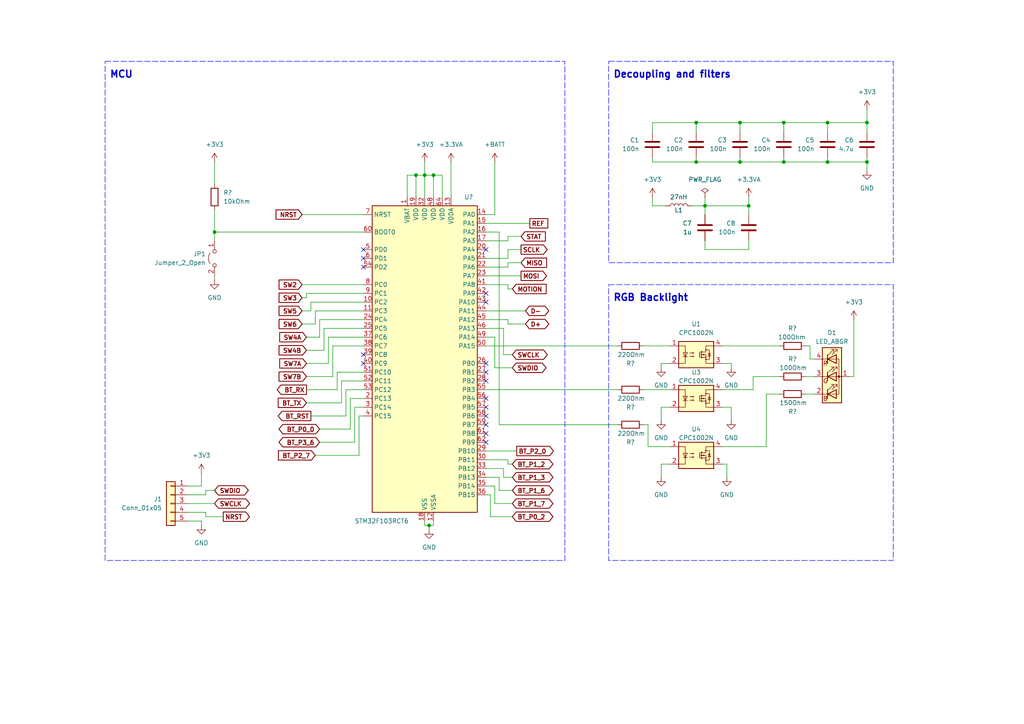
<source format=kicad_sch>
(kicad_sch (version 20230121) (generator eeschema)
  (paper "A4")
  (title_block (title "MCU and RGB backlight"))
  (lib_symbols
    (symbol "Connector_Generic:Conn_01x05" (pin_names (offset 1.016) hide)
      (property "Reference" "J" (at 0 7.62 0))
      (property "Value" "Conn_01x05" (at 0 -7.62 0))
      (symbol "Conn_01x05_1_1"
        (rectangle (start -1.27 -4.953) (end 0 -5.207) (stroke (width 0.1524)))
        (rectangle (start -1.27 -2.413) (end 0 -2.667) (stroke (width 0.1524)))
        (rectangle (start -1.27 0.127) (end 0 -0.127) (stroke (width 0.1524)))
        (rectangle (start -1.27 2.667) (end 0 2.413) (stroke (width 0.1524)))
        (rectangle (start -1.27 5.207) (end 0 4.953) (stroke (width 0.1524)))
        (rectangle (start -1.27 6.35) (end 1.27 -6.35) (stroke (width 0.254)) (fill (type background)))
        (pin passive line (at -5.08 5.08 0) (length 3.81) (name "Pin_1") (number "1"))
        (pin passive line (at -5.08 2.54 0) (length 3.81) (name "Pin_2") (number "2"))
        (pin passive line (at -5.08 0 0) (length 3.81) (name "Pin_3") (number "3"))
        (pin passive line (at -5.08 -2.54 0) (length 3.81) (name "Pin_4") (number "4"))
        (pin passive line (at -5.08 -5.08 0) (length 3.81) (name "Pin_5") (number "5"))
      )
    )
    (symbol "Device:C" (pin_numbers hide) (pin_names (offset 0.254))
      (property "Reference" "C" (at 0.635 2.54 0))
      (property "Value" "C" (at 0.635 -2.54 0))
      (symbol "C_0_1"
        (polyline (pts (xy -2.032 -0.762) (xy 2.032 -0.762)) (stroke (width 0.508)))
        (polyline (pts (xy -2.032 0.762) (xy 2.032 0.762)) (stroke (width 0.508)))
      )
      (symbol "C_1_1"
        (pin passive line (at 0 3.81 270) (length 2.794) (name "~") (number "1"))
        (pin passive line (at 0 -3.81 90) (length 2.794) (name "~") (number "2"))
      )
    )
    (symbol "Device:L" (pin_numbers hide) (pin_names (offset 1.016) hide)
      (property "Reference" "L" (at -1.27 0 90))
      (property "Value" "L" (at 1.905 0 90))
      (symbol "L_0_1"
        (arc (start 0 -2.54) (mid 0.6323 -1.905) (end 0 -1.27))
        (arc (start 0 -1.27) (mid 0.6323 -0.635) (end 0 0))
        (arc (start 0 0) (mid 0.6323 0.635) (end 0 1.27))
        (arc (start 0 1.27) (mid 0.6323 1.905) (end 0 2.54))
      )
      (symbol "L_1_1"
        (pin passive line (at 0 3.81 270) (length 1.27) (name "1") (number "1"))
        (pin passive line (at 0 -3.81 90) (length 1.27) (name "2") (number "2"))
      )
    )
    (symbol "Device:LED_ABGR" (pin_names (offset 0) hide)
      (property "Reference" "D" (at 0 9.398 0))
      (property "Value" "LED_ABGR" (at 0 -8.89 0))
      (symbol "LED_ABGR_0_0"
        (text "B" (at -1.905 -6.35 0) (effects (font (size 1.27 1.27))))
        (text "G" (at -1.905 -1.27 0) (effects (font (size 1.27 1.27))))
        (text "R" (at -1.905 3.81 0) (effects (font (size 1.27 1.27))))
      )
      (symbol "LED_ABGR_0_1"
        (polyline (pts (xy -1.27 -5.08) (xy -2.54 -5.08)))
        (polyline (pts (xy -1.27 -5.08) (xy 1.27 -5.08)))
        (polyline (pts (xy -1.27 -3.81) (xy -1.27 -6.35)) (stroke (width 0.254)))
        (polyline (pts (xy -1.27 0) (xy -2.54 0)))
        (polyline (pts (xy -1.27 1.27) (xy -1.27 -1.27)) (stroke (width 0.254)))
        (polyline (pts (xy -1.27 5.08) (xy -2.54 5.08)))
        (polyline (pts (xy -1.27 5.08) (xy 1.27 5.08)))
        (polyline (pts (xy -1.27 6.35) (xy -1.27 3.81)) (stroke (width 0.254)))
        (polyline (pts (xy 1.27 0) (xy -1.27 0)))
        (polyline (pts (xy 1.27 0) (xy 2.54 0)))
        (polyline (pts (xy -1.27 1.27) (xy -1.27 -1.27) (xy -1.27 -1.27)))
        (polyline (pts (xy -1.27 6.35) (xy -1.27 3.81) (xy -1.27 3.81)))
        (polyline (pts (xy 1.27 -5.08) (xy 2.032 -5.08) (xy 2.032 5.08) (xy 1.27 5.08)))
        (polyline (pts (xy 1.27 -3.81) (xy 1.27 -6.35) (xy -1.27 -5.08) (xy 1.27 -3.81)) (stroke (width 0.254)))
        (polyline (pts (xy 1.27 1.27) (xy 1.27 -1.27) (xy -1.27 0) (xy 1.27 1.27)) (stroke (width 0.254)))
        (polyline (pts (xy 1.27 6.35) (xy 1.27 3.81) (xy -1.27 5.08) (xy 1.27 6.35)) (stroke (width 0.254)))
        (polyline (pts (xy -1.016 -3.81) (xy 0.508 -2.286) (xy -0.254 -2.286) (xy 0.508 -2.286) (xy 0.508 -3.048)))
        (polyline (pts (xy -1.016 1.27) (xy 0.508 2.794) (xy -0.254 2.794) (xy 0.508 2.794) (xy 0.508 2.032)))
        (polyline (pts (xy -1.016 6.35) (xy 0.508 7.874) (xy -0.254 7.874) (xy 0.508 7.874) (xy 0.508 7.112)))
        (polyline (pts (xy 0 -3.81) (xy 1.524 -2.286) (xy 0.762 -2.286) (xy 1.524 -2.286) (xy 1.524 -3.048)))
        (polyline (pts (xy 0 1.27) (xy 1.524 2.794) (xy 0.762 2.794) (xy 1.524 2.794) (xy 1.524 2.032)))
        (polyline (pts (xy 0 6.35) (xy 1.524 7.874) (xy 0.762 7.874) (xy 1.524 7.874) (xy 1.524 7.112)))
        (rectangle (start 1.27 -1.27) (end 1.27 1.27))
        (rectangle (start 1.27 1.27) (end 1.27 1.27))
        (rectangle (start 1.27 3.81) (end 1.27 6.35))
        (rectangle (start 1.27 6.35) (end 1.27 6.35))
        (circle (center 2.032 0) (radius 0.254) (fill (type outline)))
        (rectangle (start 2.794 8.382) (end -2.794 -7.62) (stroke (width 0.254)) (fill (type background)))
      )
      (symbol "LED_ABGR_1_1"
        (pin passive line (at 5.08 0 180) (length 2.54) (name "A") (number "1"))
        (pin passive line (at -5.08 -5.08 0) (length 2.54) (name "BK") (number "2"))
        (pin passive line (at -5.08 0 0) (length 2.54) (name "GK") (number "3"))
        (pin passive line (at -5.08 5.08 0) (length 2.54) (name "RK") (number "4"))
      )
    )
    (symbol "Device:R" (pin_numbers hide) (pin_names (offset 0))
      (property "Reference" "R" (at 2.032 0 90))
      (property "Value" "R" (at 0 0 90))
      (symbol "R_0_1"
        (rectangle (start -1.016 -2.54) (end 1.016 2.54) (stroke (width 0.254)))
      )
      (symbol "R_1_1"
        (pin passive line (at 0 3.81 270) (length 1.27) (name "~") (number "1"))
        (pin passive line (at 0 -3.81 90) (length 1.27) (name "~") (number "2"))
      )
    )
    (symbol "Jumper:Jumper_2_Open" (pin_names (offset 0) hide)
      (property "Reference" "JP" (at 0 2.794 0))
      (property "Value" "Jumper_2_Open" (at 0 -2.286 0))
      (symbol "Jumper_2_Open_0_0"
        (circle (center -2.032 0) (radius 0.508))
        (circle (center 2.032 0) (radius 0.508))
      )
      (symbol "Jumper_2_Open_0_1"
        (arc (start 1.524 1.27) (mid 0 1.778) (end -1.524 1.27))
      )
      (symbol "Jumper_2_Open_1_1"
        (pin passive line (at -5.08 0 0) (length 2.54) (name "A") (number "1"))
        (pin passive line (at 5.08 0 180) (length 2.54) (name "B") (number "2"))
      )
    )
    (symbol "MCU_ST_STM32F1:STM32F103RCTx"
      (property "Reference" "U" (at -15.24 46.99 0))
      (property "Value" "STM32F103RCTx" (at 10.16 46.99 0))
      (symbol "STM32F103RCTx_0_1"
        (rectangle (start -15.24 -43.18) (end 15.24 45.72) (stroke (width 0.254)) (fill (type background)))
      )
      (symbol "STM32F103RCTx_1_1"
        (pin power_in line (at -5.08 48.26 270) (length 2.54) (name "VBAT") (number "1"))
        (pin bidirectional line (at -17.78 17.78 0) (length 2.54) (name "PC2") (number "10"))
        (pin bidirectional line (at -17.78 15.24 0) (length 2.54) (name "PC3") (number "11"))
        (pin power_in line (at 2.54 -45.72 90) (length 2.54) (name "VSSA") (number "12"))
        (pin power_in line (at 7.62 48.26 270) (length 2.54) (name "VDDA") (number "13"))
        (pin bidirectional line (at 17.78 43.18 180) (length 2.54) (name "PA0") (number "14"))
        (pin bidirectional line (at 17.78 40.64 180) (length 2.54) (name "PA1") (number "15"))
        (pin bidirectional line (at 17.78 38.1 180) (length 2.54) (name "PA2") (number "16"))
        (pin bidirectional line (at 17.78 35.56 180) (length 2.54) (name "PA3") (number "17"))
        (pin power_in line (at 0 -45.72 90) (length 2.54) (name "VSS") (number "18"))
        (pin power_in line (at -2.54 48.26 270) (length 2.54) (name "VDD") (number "19"))
        (pin bidirectional line (at -17.78 -10.16 0) (length 2.54) (name "PC13") (number "2"))
        (pin bidirectional line (at 17.78 33.02 180) (length 2.54) (name "PA4") (number "20"))
        (pin bidirectional line (at 17.78 30.48 180) (length 2.54) (name "PA5") (number "21"))
        (pin bidirectional line (at 17.78 27.94 180) (length 2.54) (name "PA6") (number "22"))
        (pin bidirectional line (at 17.78 25.4 180) (length 2.54) (name "PA7") (number "23"))
        (pin bidirectional line (at -17.78 12.7 0) (length 2.54) (name "PC4") (number "24"))
        (pin bidirectional line (at -17.78 10.16 0) (length 2.54) (name "PC5") (number "25"))
        (pin bidirectional line (at 17.78 0 180) (length 2.54) (name "PB0") (number "26"))
        (pin bidirectional line (at 17.78 -2.54 180) (length 2.54) (name "PB1") (number "27"))
        (pin bidirectional line (at 17.78 -5.08 180) (length 2.54) (name "PB2") (number "28"))
        (pin bidirectional line (at 17.78 -25.4 180) (length 2.54) (name "PB10") (number "29"))
        (pin bidirectional line (at -17.78 -12.7 0) (length 2.54) (name "PC14") (number "3"))
        (pin bidirectional line (at 17.78 -27.94 180) (length 2.54) (name "PB11") (number "30"))
        (pin passive line (at 0 -45.72 90) (length 2.54) hide (name "VSS") (number "31"))
        (pin power_in line (at 0 48.26 270) (length 2.54) (name "VDD") (number "32"))
        (pin bidirectional line (at 17.78 -30.48 180) (length 2.54) (name "PB12") (number "33"))
        (pin bidirectional line (at 17.78 -33.02 180) (length 2.54) (name "PB13") (number "34"))
        (pin bidirectional line (at 17.78 -35.56 180) (length 2.54) (name "PB14") (number "35"))
        (pin bidirectional line (at 17.78 -38.1 180) (length 2.54) (name "PB15") (number "36"))
        (pin bidirectional line (at -17.78 7.62 0) (length 2.54) (name "PC6") (number "37"))
        (pin bidirectional line (at -17.78 5.08 0) (length 2.54) (name "PC7") (number "38"))
        (pin bidirectional line (at -17.78 2.54 0) (length 2.54) (name "PC8") (number "39"))
        (pin bidirectional line (at -17.78 -15.24 0) (length 2.54) (name "PC15") (number "4"))
        (pin bidirectional line (at -17.78 0 0) (length 2.54) (name "PC9") (number "40"))
        (pin bidirectional line (at 17.78 22.86 180) (length 2.54) (name "PA8") (number "41"))
        (pin bidirectional line (at 17.78 20.32 180) (length 2.54) (name "PA9") (number "42"))
        (pin bidirectional line (at 17.78 17.78 180) (length 2.54) (name "PA10") (number "43"))
        (pin bidirectional line (at 17.78 15.24 180) (length 2.54) (name "PA11") (number "44"))
        (pin bidirectional line (at 17.78 12.7 180) (length 2.54) (name "PA12") (number "45"))
        (pin bidirectional line (at 17.78 10.16 180) (length 2.54) (name "PA13") (number "46"))
        (pin passive line (at 0 -45.72 90) (length 2.54) hide (name "VSS") (number "47"))
        (pin power_in line (at 2.54 48.26 270) (length 2.54) (name "VDD") (number "48"))
        (pin bidirectional line (at 17.78 7.62 180) (length 2.54) (name "PA14") (number "49"))
        (pin bidirectional line (at -17.78 33.02 0) (length 2.54) (name "PD0") (number "5"))
        (pin bidirectional line (at 17.78 5.08 180) (length 2.54) (name "PA15") (number "50"))
        (pin bidirectional line (at -17.78 -2.54 0) (length 2.54) (name "PC10") (number "51"))
        (pin bidirectional line (at -17.78 -5.08 0) (length 2.54) (name "PC11") (number "52"))
        (pin bidirectional line (at -17.78 -7.62 0) (length 2.54) (name "PC12") (number "53"))
        (pin bidirectional line (at -17.78 27.94 0) (length 2.54) (name "PD2") (number "54"))
        (pin bidirectional line (at 17.78 -7.62 180) (length 2.54) (name "PB3") (number "55"))
        (pin bidirectional line (at 17.78 -10.16 180) (length 2.54) (name "PB4") (number "56"))
        (pin bidirectional line (at 17.78 -12.7 180) (length 2.54) (name "PB5") (number "57"))
        (pin bidirectional line (at 17.78 -15.24 180) (length 2.54) (name "PB6") (number "58"))
        (pin bidirectional line (at 17.78 -17.78 180) (length 2.54) (name "PB7") (number "59"))
        (pin bidirectional line (at -17.78 30.48 0) (length 2.54) (name "PD1") (number "6"))
        (pin input line (at -17.78 38.1 0) (length 2.54) (name "BOOT0") (number "60"))
        (pin bidirectional line (at 17.78 -20.32 180) (length 2.54) (name "PB8") (number "61"))
        (pin bidirectional line (at 17.78 -22.86 180) (length 2.54) (name "PB9") (number "62"))
        (pin passive line (at 0 -45.72 90) (length 2.54) hide (name "VSS") (number "63"))
        (pin power_in line (at 5.08 48.26 270) (length 2.54) (name "VDD") (number "64"))
        (pin input line (at -17.78 43.18 0) (length 2.54) (name "NRST") (number "7"))
        (pin bidirectional line (at -17.78 22.86 0) (length 2.54) (name "PC0") (number "8"))
        (pin bidirectional line (at -17.78 20.32 0) (length 2.54) (name "PC1") (number "9"))
      )
    )
    (symbol "Relay_SolidState:CPC1002N"
      (property "Reference" "U" (at -5.08 5.08 0))
      (property "Value" "CPC1002N" (at 0 5.08 0))
      (symbol "CPC1002N_0_1"
        (rectangle (start -5.08 3.81) (end 5.08 -3.81) (stroke (width 0.254)) (fill (type background)))
        (polyline (pts (xy -3.81 -0.635) (xy -2.54 -0.635)))
        (polyline (pts (xy 1.016 0.762) (xy 1.016 -0.762)) (stroke (width 0.2032)))
        (polyline (pts (xy 1.524 -0.762) (xy 2.794 -0.762)))
        (polyline (pts (xy 3.429 0.381) (xy 4.191 0.381)))
        (polyline (pts (xy 1.524 -0.635) (xy 1.524 -0.889) (xy 1.524 -0.889)) (stroke (width 0.3556)))
        (polyline (pts (xy 1.524 0.127) (xy 1.524 -0.127) (xy 1.524 -0.127)) (stroke (width 0.3556)))
        (polyline (pts (xy 1.524 0.889) (xy 1.524 0.635) (xy 1.524 0.635)) (stroke (width 0.3556)))
        (polyline (pts (xy -5.08 2.54) (xy -3.175 2.54) (xy -3.175 -2.54) (xy -5.08 -2.54)))
        (polyline (pts (xy -3.175 -0.635) (xy -3.81 0.635) (xy -2.54 0.635) (xy -3.175 -0.635)))
        (polyline (pts (xy 1.524 0) (xy 2.794 0) (xy 2.794 -2.54) (xy 5.08 -2.54)))
        (polyline (pts (xy 1.524 0.762) (xy 2.794 0.762) (xy 2.794 2.54) (xy 5.08 2.54)))
        (polyline (pts (xy 1.778 0) (xy 2.286 0.127) (xy 2.286 -0.127) (xy 1.778 0)))
        (polyline (pts (xy 2.794 -1.397) (xy 3.81 -1.397) (xy 3.81 1.397) (xy 2.794 1.397)))
        (polyline (pts (xy 3.81 0.381) (xy 3.429 -0.381) (xy 4.191 -0.381) (xy 3.81 0.381)))
        (polyline (pts (xy -1.905 -0.508) (xy -0.635 -0.508) (xy -1.016 -0.635) (xy -1.016 -0.381) (xy -0.635 -0.508)))
        (polyline (pts (xy -1.905 0.508) (xy -0.635 0.508) (xy -1.016 0.381) (xy -1.016 0.635) (xy -0.635 0.508)))
        (circle (center 2.794 -1.397) (radius 0.127))
        (circle (center 2.794 -0.762) (radius 0.127))
        (circle (center 2.794 1.397) (radius 0.127))
      )
      (symbol "CPC1002N_1_1"
        (pin passive line (at -7.62 2.54 0) (length 2.54) (name "~") (number "1"))
        (pin passive line (at -7.62 -2.54 0) (length 2.54) (name "~") (number "2"))
        (pin passive line (at 7.62 -2.54 180) (length 2.54) (name "~") (number "3"))
        (pin passive line (at 7.62 2.54 180) (length 2.54) (name "~") (number "4"))
      )
    )
    (symbol "power:+3.3VA" (power) (pin_names (offset 0))
      (property "Value" "+3.3VA" (at 0 3.556 0))
      (symbol "+3.3VA_0_1"
        (polyline (pts (xy -0.762 1.27) (xy 0 2.54)))
        (polyline (pts (xy 0 0) (xy 0 2.54)))
        (polyline (pts (xy 0 2.54) (xy 0.762 1.27)))
      )
      (symbol "+3.3VA_1_1"
        (pin power_in line (at 0 0 90) (length 0) hide (name "+3.3VA") (number "1"))
      )
    )
    (symbol "power:+3V3" (power) (pin_names (offset 0))
      (property "Value" "+3V3" (at 0 3.556 0))
      (symbol "+3V3_0_1"
        (polyline (pts (xy -0.762 1.27) (xy 0 2.54)))
        (polyline (pts (xy 0 0) (xy 0 2.54)))
        (polyline (pts (xy 0 2.54) (xy 0.762 1.27)))
      )
      (symbol "+3V3_1_1"
        (pin power_in line (at 0 0 90) (length 0) hide (name "+3V3") (number "1"))
      )
    )
    (symbol "power:+BATT" (power) (pin_names (offset 0))
      (property "Value" "+BATT" (at 0 3.556 0))
      (symbol "+BATT_0_1"
        (polyline (pts (xy -0.762 1.27) (xy 0 2.54)))
        (polyline (pts (xy 0 0) (xy 0 2.54)))
        (polyline (pts (xy 0 2.54) (xy 0.762 1.27)))
      )
      (symbol "+BATT_1_1"
        (pin power_in line (at 0 0 90) (length 0) hide (name "+BATT") (number "1"))
      )
    )
    (symbol "power:GND" (power) (pin_names (offset 0))
      (property "Value" "GND" (at 0 -3.81 0))
      (symbol "GND_0_1"
        (polyline (pts (xy 0 0) (xy 0 -1.27) (xy 1.27 -1.27) (xy 0 -2.54) (xy -1.27 -1.27) (xy 0 -1.27)))
      )
      (symbol "GND_1_1"
        (pin power_in line (at 0 0 270) (length 0) hide (name "GND") (number "1"))
      )
    )
    (symbol "power:PWR_FLAG" (power) (pin_numbers hide) (pin_names (offset 0) hide)
      (property "Value" "PWR_FLAG" (at 0 3.81 0))
      (symbol "PWR_FLAG_0_0"
        (pin power_out line (at 0 0 90) (length 0) (name "pwr") (number "1"))
      )
      (symbol "PWR_FLAG_0_1"
        (polyline (pts (xy 0 0) (xy 0 1.27) (xy -1.016 1.905) (xy 0 2.54) (xy 1.016 1.905) (xy 0 1.27)))
      )
    )
  )
  (junction (at 120.65 50.8))
  (junction (at 227.33 46.99))
  (junction (at 62.23 67.31))
  (junction (at 227.33 35.56))
  (junction (at 123.19 50.8))
  (junction (at 251.46 46.99))
  (junction (at 217.17 59.69))
  (junction (at 214.63 35.56))
  (junction (at 204.47 59.69))
  (junction (at 240.03 46.99))
  (junction (at 124.46 152.4))
  (junction (at 201.93 35.56))
  (junction (at 240.03 35.56))
  (junction (at 251.46 35.56))
  (junction (at 214.63 46.99))
  (junction (at 201.93 46.99))
  (junction (at 125.73 50.8))
  (no_connect (at 140.97 107.95))
  (no_connect (at 140.97 87.63))
  (no_connect (at 140.97 120.65))
  (no_connect (at 105.41 102.87))
  (no_connect (at 140.97 118.11))
  (no_connect (at 140.97 128.27))
  (no_connect (at 140.97 72.39))
  (no_connect (at 140.97 123.19))
  (no_connect (at 140.97 115.57))
  (no_connect (at 105.41 105.41))
  (no_connect (at 105.41 72.39))
  (no_connect (at 105.41 77.47))
  (no_connect (at 105.41 74.93))
  (no_connect (at 140.97 105.41))
  (no_connect (at 140.97 85.09))
  (no_connect (at 140.97 110.49))
  (no_connect (at 140.97 125.73))
  (wire (pts (xy 97.79 107.95) (xy 105.41 107.95)))
  (wire (pts (xy 240.03 45.72) (xy 240.03 46.99)))
  (wire (pts (xy 99.06 116.84) (xy 99.06 110.49)))
  (wire (pts (xy 91.44 132.08) (xy 104.14 132.08)))
  (wire (pts (xy 124.46 152.4) (xy 123.19 152.4)))
  (wire (pts (xy 54.61 140.97) (xy 58.42 140.97)))
  (wire (pts (xy 146.05 135.89) (xy 140.97 135.89)))
  (wire (pts (xy 128.27 50.8) (xy 125.73 50.8)))
  (wire (pts (xy 152.4 93.98) (xy 147.32 93.98)))
  (wire (pts (xy 240.03 35.56) (xy 227.33 35.56)))
  (wire (pts (xy 148.59 83.82) (xy 147.32 83.82)))
  (wire (pts (xy 125.73 151.13) (xy 125.73 152.4)))
  (wire (pts (xy 212.09 105.41) (xy 212.09 106.68)))
  (wire (pts (xy 226.06 114.3) (xy 222.25 114.3)))
  (wire (pts (xy 194.31 118.11) (xy 191.77 118.11)))
  (wire (pts (xy 88.9 113.03) (xy 97.79 113.03)))
  (wire (pts (xy 123.19 152.4) (xy 123.19 151.13)))
  (wire (pts (xy 140.97 97.79) (xy 143.51 97.79)))
  (wire (pts (xy 88.9 105.41) (xy 95.25 105.41)))
  (wire (pts (xy 187.96 129.54) (xy 194.31 129.54)))
  (wire (pts (xy 227.33 46.99) (xy 240.03 46.99)))
  (wire (pts (xy 95.25 105.41) (xy 95.25 97.79)))
  (wire (pts (xy 204.47 59.69) (xy 217.17 59.69)))
  (wire (pts (xy 144.78 123.19) (xy 144.78 67.31)))
  (wire (pts (xy 189.23 46.99) (xy 201.93 46.99)))
  (wire (pts (xy 193.04 59.69) (xy 189.23 59.69)))
  (wire (pts (xy 102.87 128.27) (xy 102.87 118.11)))
  (wire (pts (xy 124.46 152.4) (xy 124.46 153.67)))
  (wire (pts (xy 104.14 120.65) (xy 105.41 120.65)))
  (wire (pts (xy 251.46 38.1) (xy 251.46 35.56)))
  (wire (pts (xy 123.19 50.8) (xy 123.19 57.15)))
  (wire (pts (xy 120.65 50.8) (xy 120.65 57.15)))
  (wire (pts (xy 104.14 132.08) (xy 104.14 120.65)))
  (wire (pts (xy 90.17 120.65) (xy 100.33 120.65)))
  (wire (pts (xy 93.98 95.25) (xy 105.41 95.25)))
  (wire (pts (xy 214.63 38.1) (xy 214.63 35.56)))
  (wire (pts (xy 130.81 46.99) (xy 130.81 57.15)))
  (wire (pts (xy 194.31 105.41) (xy 191.77 105.41)))
  (wire (pts (xy 222.25 129.54) (xy 209.55 129.54)))
  (wire (pts (xy 120.65 50.8) (xy 118.11 50.8)))
  (wire (pts (xy 92.71 92.71) (xy 105.41 92.71)))
  (wire (pts (xy 233.68 100.33) (xy 234.95 100.33)))
  (wire (pts (xy 95.25 97.79) (xy 105.41 97.79)))
  (wire (pts (xy 191.77 105.41) (xy 191.77 106.68)))
  (wire (pts (xy 101.6 124.46) (xy 101.6 115.57)))
  (wire (pts (xy 147.32 133.35) (xy 140.97 133.35)))
  (wire (pts (xy 87.63 82.55) (xy 105.41 82.55)))
  (wire (pts (xy 147.32 72.39) (xy 147.32 74.93)))
  (wire (pts (xy 143.51 146.05) (xy 143.51 140.97)))
  (wire (pts (xy 62.23 67.31) (xy 62.23 69.85)))
  (wire (pts (xy 143.51 62.23) (xy 143.51 46.99)))
  (wire (pts (xy 140.97 90.17) (xy 152.4 90.17)))
  (wire (pts (xy 218.44 113.03) (xy 209.55 113.03)))
  (wire (pts (xy 142.24 143.51) (xy 140.97 143.51)))
  (wire (pts (xy 62.23 67.31) (xy 105.41 67.31)))
  (wire (pts (xy 140.97 80.01) (xy 151.13 80.01)))
  (wire (pts (xy 91.44 93.98) (xy 91.44 90.17)))
  (wire (pts (xy 54.61 146.05) (xy 62.23 146.05)))
  (wire (pts (xy 148.59 142.24) (xy 144.78 142.24)))
  (wire (pts (xy 214.63 35.56) (xy 227.33 35.56)))
  (wire (pts (xy 151.13 76.2) (xy 147.32 76.2)))
  (wire (pts (xy 144.78 142.24) (xy 144.78 138.43)))
  (wire (pts (xy 88.9 97.79) (xy 92.71 97.79)))
  (wire (pts (xy 100.33 120.65) (xy 100.33 113.03)))
  (wire (pts (xy 212.09 118.11) (xy 212.09 121.92)))
  (wire (pts (xy 97.79 113.03) (xy 97.79 107.95)))
  (wire (pts (xy 59.69 149.86) (xy 64.77 149.86)))
  (wire (pts (xy 204.47 62.23) (xy 204.47 59.69)))
  (wire (pts (xy 251.46 46.99) (xy 251.46 49.53)))
  (wire (pts (xy 128.27 57.15) (xy 128.27 50.8)))
  (wire (pts (xy 146.05 102.87) (xy 148.59 102.87)))
  (wire (pts (xy 146.05 138.43) (xy 146.05 135.89)))
  (wire (pts (xy 125.73 152.4) (xy 124.46 152.4)))
  (wire (pts (xy 148.59 149.86) (xy 142.24 149.86)))
  (wire (pts (xy 209.55 118.11) (xy 212.09 118.11)))
  (wire (pts (xy 147.32 92.71) (xy 140.97 92.71)))
  (wire (pts (xy 58.42 151.13) (xy 54.61 151.13)))
  (wire (pts (xy 191.77 118.11) (xy 191.77 121.92)))
  (wire (pts (xy 147.32 69.85) (xy 140.97 69.85)))
  (wire (pts (xy 140.97 100.33) (xy 179.07 100.33)))
  (wire (pts (xy 210.82 134.62) (xy 210.82 138.43)))
  (wire (pts (xy 102.87 118.11) (xy 105.41 118.11)))
  (wire (pts (xy 100.33 113.03) (xy 105.41 113.03)))
  (wire (pts (xy 58.42 140.97) (xy 58.42 137.16)))
  (wire (pts (xy 222.25 114.3) (xy 222.25 129.54)))
  (wire (pts (xy 147.32 82.55) (xy 140.97 82.55)))
  (wire (pts (xy 189.23 38.1) (xy 189.23 35.56)))
  (wire (pts (xy 90.17 87.63) (xy 105.41 87.63)))
  (wire (pts (xy 92.71 97.79) (xy 92.71 92.71)))
  (wire (pts (xy 88.9 109.22) (xy 96.52 109.22)))
  (wire (pts (xy 140.97 113.03) (xy 179.07 113.03)))
  (wire (pts (xy 88.9 85.09) (xy 105.41 85.09)))
  (wire (pts (xy 234.95 104.14) (xy 236.22 104.14)))
  (wire (pts (xy 91.44 90.17) (xy 105.41 90.17)))
  (wire (pts (xy 147.32 68.58) (xy 147.32 69.85)))
  (wire (pts (xy 217.17 57.15) (xy 217.17 59.69)))
  (wire (pts (xy 233.68 114.3) (xy 236.22 114.3)))
  (wire (pts (xy 147.32 74.93) (xy 140.97 74.93)))
  (wire (pts (xy 217.17 69.85) (xy 217.17 72.39)))
  (wire (pts (xy 201.93 46.99) (xy 214.63 46.99)))
  (wire (pts (xy 179.07 123.19) (xy 144.78 123.19)))
  (wire (pts (xy 147.32 134.62) (xy 147.32 133.35)))
  (wire (pts (xy 209.55 134.62) (xy 210.82 134.62)))
  (wire (pts (xy 247.65 109.22) (xy 246.38 109.22)))
  (wire (pts (xy 54.61 143.51) (xy 59.69 143.51)))
  (wire (pts (xy 143.51 106.68) (xy 148.59 106.68)))
  (wire (pts (xy 62.23 80.01) (xy 62.23 81.28)))
  (wire (pts (xy 200.66 59.69) (xy 204.47 59.69)))
  (wire (pts (xy 92.71 128.27) (xy 102.87 128.27)))
  (wire (pts (xy 209.55 105.41) (xy 212.09 105.41)))
  (wire (pts (xy 187.96 123.19) (xy 187.96 129.54)))
  (wire (pts (xy 234.95 100.33) (xy 234.95 104.14)))
  (wire (pts (xy 59.69 142.24) (xy 62.23 142.24)))
  (wire (pts (xy 251.46 31.75) (xy 251.46 35.56)))
  (wire (pts (xy 147.32 72.39) (xy 151.13 72.39)))
  (wire (pts (xy 54.61 148.59) (xy 59.69 148.59)))
  (wire (pts (xy 194.31 134.62) (xy 191.77 134.62)))
  (wire (pts (xy 148.59 146.05) (xy 143.51 146.05)))
  (wire (pts (xy 146.05 95.25) (xy 146.05 102.87)))
  (wire (pts (xy 186.69 100.33) (xy 194.31 100.33)))
  (wire (pts (xy 151.13 68.58) (xy 147.32 68.58)))
  (wire (pts (xy 147.32 76.2) (xy 147.32 77.47)))
  (wire (pts (xy 189.23 45.72) (xy 189.23 46.99)))
  (wire (pts (xy 140.97 130.81) (xy 149.86 130.81)))
  (wire (pts (xy 99.06 110.49) (xy 105.41 110.49)))
  (wire (pts (xy 87.63 62.23) (xy 105.41 62.23)))
  (wire (pts (xy 88.9 116.84) (xy 99.06 116.84)))
  (wire (pts (xy 251.46 45.72) (xy 251.46 46.99)))
  (wire (pts (xy 214.63 45.72) (xy 214.63 46.99)))
  (wire (pts (xy 123.19 46.99) (xy 123.19 50.8)))
  (wire (pts (xy 92.71 124.46) (xy 101.6 124.46)))
  (wire (pts (xy 144.78 138.43) (xy 140.97 138.43)))
  (wire (pts (xy 62.23 46.99) (xy 62.23 53.34)))
  (wire (pts (xy 143.51 97.79) (xy 143.51 106.68)))
  (wire (pts (xy 209.55 100.33) (xy 226.06 100.33)))
  (wire (pts (xy 191.77 134.62) (xy 191.77 138.43)))
  (wire (pts (xy 87.63 86.36) (xy 88.9 86.36)))
  (wire (pts (xy 201.93 38.1) (xy 201.93 35.56)))
  (wire (pts (xy 204.47 72.39) (xy 217.17 72.39)))
  (wire (pts (xy 189.23 35.56) (xy 201.93 35.56)))
  (wire (pts (xy 226.06 109.22) (xy 218.44 109.22)))
  (wire (pts (xy 214.63 46.99) (xy 227.33 46.99)))
  (wire (pts (xy 140.97 62.23) (xy 143.51 62.23)))
  (wire (pts (xy 240.03 35.56) (xy 251.46 35.56)))
  (wire (pts (xy 186.69 123.19) (xy 187.96 123.19)))
  (wire (pts (xy 88.9 86.36) (xy 88.9 85.09)))
  (wire (pts (xy 140.97 64.77) (xy 153.67 64.77)))
  (wire (pts (xy 140.97 95.25) (xy 146.05 95.25)))
  (wire (pts (xy 148.59 134.62) (xy 147.32 134.62)))
  (wire (pts (xy 62.23 60.96) (xy 62.23 67.31)))
  (wire (pts (xy 96.52 100.33) (xy 105.41 100.33)))
  (wire (pts (xy 118.11 50.8) (xy 118.11 57.15)))
  (wire (pts (xy 147.32 77.47) (xy 140.97 77.47)))
  (wire (pts (xy 204.47 69.85) (xy 204.47 72.39)))
  (wire (pts (xy 227.33 35.56) (xy 227.33 38.1)))
  (wire (pts (xy 59.69 148.59) (xy 59.69 149.86)))
  (wire (pts (xy 227.33 45.72) (xy 227.33 46.99)))
  (wire (pts (xy 96.52 109.22) (xy 96.52 100.33)))
  (wire (pts (xy 247.65 92.71) (xy 247.65 109.22)))
  (wire (pts (xy 233.68 109.22) (xy 236.22 109.22)))
  (wire (pts (xy 87.63 93.98) (xy 91.44 93.98)))
  (wire (pts (xy 147.32 93.98) (xy 147.32 92.71)))
  (wire (pts (xy 189.23 59.69) (xy 189.23 57.15)))
  (wire (pts (xy 201.93 35.56) (xy 214.63 35.56)))
  (wire (pts (xy 123.19 50.8) (xy 120.65 50.8)))
  (wire (pts (xy 58.42 152.4) (xy 58.42 151.13)))
  (wire (pts (xy 204.47 57.15) (xy 204.47 59.69)))
  (wire (pts (xy 59.69 143.51) (xy 59.69 142.24)))
  (wire (pts (xy 201.93 45.72) (xy 201.93 46.99)))
  (wire (pts (xy 148.59 138.43) (xy 146.05 138.43)))
  (wire (pts (xy 143.51 140.97) (xy 140.97 140.97)))
  (wire (pts (xy 142.24 149.86) (xy 142.24 143.51)))
  (wire (pts (xy 125.73 57.15) (xy 125.73 50.8)))
  (wire (pts (xy 125.73 50.8) (xy 123.19 50.8)))
  (wire (pts (xy 90.17 90.17) (xy 90.17 87.63)))
  (wire (pts (xy 240.03 46.99) (xy 251.46 46.99)))
  (wire (pts (xy 218.44 109.22) (xy 218.44 113.03)))
  (wire (pts (xy 140.97 67.31) (xy 144.78 67.31)))
  (wire (pts (xy 186.69 113.03) (xy 194.31 113.03)))
  (wire (pts (xy 147.32 83.82) (xy 147.32 82.55)))
  (wire (pts (xy 87.63 90.17) (xy 90.17 90.17)))
  (wire (pts (xy 101.6 115.57) (xy 105.41 115.57)))
  (wire (pts (xy 217.17 59.69) (xy 217.17 62.23)))
  (wire (pts (xy 93.98 101.6) (xy 93.98 95.25)))
  (wire (pts (xy 88.9 101.6) (xy 93.98 101.6)))
  (wire (pts (xy 240.03 35.56) (xy 240.03 38.1)))
  (rectangle (start 30.48 17.78) (end 163.83 162.56) (stroke (width 0) (type dash) (color 0 0 255 1)))
  (rectangle (start 176.53 82.55) (end 259.08 162.56) (stroke (width 0) (type dash) (color 0 0 255 1)))
  (rectangle (start 176.53 17.78) (end 259.08 76.2) (stroke (width 0) (type dash) (color 0 0 255 1)))
  (text "Decoupling and filters" (at 177.8 22.86 0) (effects (font (size 2 2) bold) (justify left bottom)))
  (text "RGB Backlight" (at 177.8 87.63 0) (effects (font (size 2 2) bold) (justify left bottom)))
  (text "MCU" (at 31.75 22.86 0) (effects (font (size 2 2) bold) (justify left bottom)))
  (global_label "SW5" (shape input) (at 87.63 90.17 180) (effects (font bold)) (property "Intersheetrefs" "${INTERSHEET_REFS}" (effects hide)))
  (global_label "SW2" (shape input) (at 87.63 82.55 180) (effects (font bold)) (property "Intersheetrefs" "${INTERSHEET_REFS}" (effects hide)))
  (global_label "BT_RST" (shape output) (at 90.17 120.65 180) (effects (font bold)) (property "Intersheetrefs" "${INTERSHEET_REFS}" (effects hide)))
  (global_label "MOSI" (shape output) (at 151.13 80.01 0) (effects (font bold)) (property "Intersheetrefs" "${INTERSHEET_REFS}" (effects hide)))
  (global_label "BT_RX" (shape output) (at 88.9 113.03 180) (effects (font bold)) (property "Intersheetrefs" "${INTERSHEET_REFS}" (effects hide)))
  (global_label "SWCLK" (shape bidirectional) (at 148.59 102.87 0) (effects (font bold)) (property "Intersheetrefs" "${INTERSHEET_REFS}" (effects hide)))
  (global_label "NRST" (shape input) (at 87.63 62.23 180) (effects (font bold)) (property "Intersheetrefs" "${INTERSHEET_REFS}" (effects hide)))
  (global_label "BT_P3_6" (shape bidirectional) (at 92.71 128.27 180) (effects (font bold)) (property "Intersheetrefs" "${INTERSHEET_REFS}" (effects hide)))
  (global_label "D+" (shape bidirectional) (at 152.4 93.98 0) (effects (font bold)) (property "Intersheetrefs" "${INTERSHEET_REFS}" (effects hide)))
  (global_label "BT_P1_2" (shape bidirectional) (at 148.59 134.62 0) (effects (font bold)) (property "Intersheetrefs" "${INTERSHEET_REFS}" (effects hide)))
  (global_label "BT_P1_6" (shape bidirectional) (at 148.59 142.24 0) (effects (font bold)) (property "Intersheetrefs" "${INTERSHEET_REFS}" (effects hide)))
  (global_label "BT_TX" (shape input) (at 88.9 116.84 180) (effects (font bold)) (property "Intersheetrefs" "${INTERSHEET_REFS}" (effects hide)))
  (global_label "BT_P2_7" (shape input) (at 91.44 132.08 180) (effects (font bold)) (property "Intersheetrefs" "${INTERSHEET_REFS}" (effects hide)))
  (global_label "SCLK" (shape output) (at 151.13 72.39 0) (effects (font bold)) (property "Intersheetrefs" "${INTERSHEET_REFS}" (effects hide)))
  (global_label "SWCLK" (shape bidirectional) (at 62.23 146.05 0) (effects (font bold)) (property "Intersheetrefs" "${INTERSHEET_REFS}" (effects hide)))
  (global_label "SW7A" (shape input) (at 88.9 105.41 180) (effects (font bold)) (property "Intersheetrefs" "${INTERSHEET_REFS}" (effects hide)))
  (global_label "BT_P0_0" (shape bidirectional) (at 92.71 124.46 180) (effects (font bold)) (property "Intersheetrefs" "${INTERSHEET_REFS}" (effects hide)))
  (global_label "SW3" (shape input) (at 87.63 86.36 180) (effects (font bold)) (property "Intersheetrefs" "${INTERSHEET_REFS}" (effects hide)))
  (global_label "SWDIO" (shape bidirectional) (at 62.23 142.24 0) (effects (font bold)) (property "Intersheetrefs" "${INTERSHEET_REFS}" (effects hide)))
  (global_label "MOTION" (shape input) (at 148.59 83.82 0) (effects (font bold)) (property "Intersheetrefs" "${INTERSHEET_REFS}" (effects hide)))
  (global_label "BT_P1_7" (shape bidirectional) (at 148.59 146.05 0) (effects (font bold)) (property "Intersheetrefs" "${INTERSHEET_REFS}" (effects hide)))
  (global_label "BT_P2_0" (shape output) (at 149.86 130.81 0) (effects (font bold)) (property "Intersheetrefs" "${INTERSHEET_REFS}" (effects hide)))
  (global_label "STAT" (shape input) (at 151.13 68.58 0) (effects (font bold)) (property "Intersheetrefs" "${INTERSHEET_REFS}" (effects hide)))
  (global_label "NRST" (shape output) (at 64.77 149.86 0) (effects (font bold)) (property "Intersheetrefs" "${INTERSHEET_REFS}" (effects hide)))
  (global_label "SWDIO" (shape bidirectional) (at 148.59 106.68 0) (effects (font bold)) (property "Intersheetrefs" "${INTERSHEET_REFS}" (effects hide)))
  (global_label "BT_P1_3" (shape bidirectional) (at 148.59 138.43 0) (effects (font bold)) (property "Intersheetrefs" "${INTERSHEET_REFS}" (effects hide)))
  (global_label "MISO" (shape input) (at 151.13 76.2 0) (effects (font bold)) (property "Intersheetrefs" "${INTERSHEET_REFS}" (effects hide)))
  (global_label "SW7B" (shape input) (at 88.9 109.22 180) (effects (font bold)) (property "Intersheetrefs" "${INTERSHEET_REFS}" (effects hide)))
  (global_label "SW6" (shape input) (at 87.63 93.98 180) (effects (font bold)) (property "Intersheetrefs" "${INTERSHEET_REFS}" (effects hide)))
  (global_label "BT_P0_2" (shape bidirectional) (at 148.59 149.86 0) (effects (font bold)) (property "Intersheetrefs" "${INTERSHEET_REFS}" (effects hide)))
  (global_label "SW4A" (shape input) (at 88.9 97.79 180) (effects (font bold)) (property "Intersheetrefs" "${INTERSHEET_REFS}" (effects hide)))
  (global_label "SW4B" (shape input) (at 88.9 101.6 180) (effects (font bold)) (property "Intersheetrefs" "${INTERSHEET_REFS}" (effects hide)))
  (global_label "REF" (shape passive) (at 153.67 64.77 0) (effects (font bold)) (property "Intersheetrefs" "${INTERSHEET_REFS}" (effects hide)))
  (global_label "D-" (shape bidirectional) (at 152.4 90.17 0) (effects (font bold)) (property "Intersheetrefs" "${INTERSHEET_REFS}" (effects hide)))
  (symbol (lib_id "power:GND") (at 124.46 153.67 0) (unit 1)
    (property "Reference" "#PWR?" (effects hide))
    (property "Value" "GND" (at 124.46 158.75 0))
    (instances (project "Computer Mouse" (path "" (reference "#PWR?") (unit 1)) (path "" (reference "#PWR019") (unit 1))))
  )
  (symbol (lib_id "power:GND") (at 210.82 138.43 0) (unit 1)
    (property "Reference" "#PWR?" (effects hide))
    (property "Value" "GND" (at 210.82 143.51 0))
    (instances (project "Computer Mouse" (path "" (reference "#PWR?") (unit 1)) (path "" (reference "#PWR017") (unit 1))))
  )
  (symbol (lib_id "power:GND") (at 62.23 81.28 0) (unit 1)
    (property "Reference" "#PWR?" (effects hide))
    (property "Value" "GND" (at 62.23 86.36 0))
    (instances (project "Computer Mouse" (path "" (reference "#PWR?") (unit 1)) (path "" (reference "#PWR09") (unit 1))))
  )
  (symbol (lib_id "Device:R") (at 62.23 57.15 0) (unit 1)
    (property "Reference" "R?" (at 64.77 55.88 0) (effects (justify left)))
    (property "Value" "10kOhm" (at 64.77 58.42 0) (effects (justify left)))
    (property "Footprint" "Resistor_SMD:R_0805_2012Metric" (effects hide))
    (instances (project "Computer Mouse" (path "" (reference "R?") (unit 1)) (path "" (reference "R1") (unit 1))))
  )
  (symbol (lib_id "power:GND") (at 251.46 49.53 0) (mirror y) (unit 1)
    (property "Reference" "#PWR?" (effects hide))
    (property "Value" "GND" (at 251.46 54.61 0))
    (instances (project "Computer Mouse" (path "" (reference "#PWR?") (unit 1)) (path "" (reference "#PWR06") (unit 1))))
  )
  (symbol (lib_id "Device:R") (at 229.87 109.22 270) (mirror x) (unit 1)
    (property "Reference" "R?" (at 228.6 104.14 90) (effects (justify left)))
    (property "Value" "100Ohm" (at 226.06 106.68 90) (effects (justify left)))
    (property "Footprint" "Resistor_SMD:R_0805_2012Metric" (effects hide))
    (instances (project "Computer Mouse" (path "" (reference "R?") (unit 1)) (path "" (reference "R4") (unit 1))))
  )
  (symbol (lib_id "Device:LED_ABGR") (at 241.3 109.22 0) (unit 1)
    (property "Reference" "D1" (at 241.3 96.52 0))
    (property "Value" "LED_ABGR" (at 241.3 99.06 0))
    (property "Footprint" "LED_THT:LED_D5.0mm-4_RGB" (effects hide))
  )
  (symbol (lib_id "power:+3V3") (at 58.42 137.16 0) (mirror y) (unit 1)
    (property "Reference" "#PWR?" (effects hide))
    (property "Value" "+3V3" (at 58.42 132.08 0))
    (instances (project "Computer Mouse" (path "" (reference "#PWR?") (unit 1)) (path "" (reference "#PWR015") (unit 1))))
  )
  (symbol (lib_id "Device:R") (at 229.87 100.33 90) (unit 1)
    (property "Reference" "R?" (at 231.14 95.25 90) (effects (justify left)))
    (property "Value" "100Ohm" (at 233.68 97.79 90) (effects (justify left)))
    (property "Footprint" "Resistor_SMD:R_0805_2012Metric" (effects hide))
    (instances (project "Computer Mouse" (path "" (reference "R?") (unit 1)) (path "" (reference "R3") (unit 1))))
  )
  (symbol (lib_id "Device:R") (at 182.88 123.19 270) (unit 1)
    (property "Reference" "R?" (at 181.61 128.27 90) (effects (justify left)))
    (property "Value" "220Ohm" (at 179.07 125.73 90) (effects (justify left)))
    (property "Footprint" "Resistor_SMD:R_1206_3216Metric" (effects hide))
    (instances (project "Computer Mouse" (path "" (reference "R?") (unit 1)) (path "" (reference "R7") (unit 1))))
  )
  (symbol (lib_id "Device:C") (at 217.17 66.04 0) (mirror y) (unit 1)
    (property "Reference" "C8" (at 213.36 64.77 0) (effects (justify left)))
    (property "Value" "100n" (at 213.36 67.31 0) (effects (justify left)))
    (property "Footprint" "Capacitor_SMD:C_0805_2012Metric" (effects hide))
  )
  (symbol (lib_id "Relay_SolidState:CPC1002N") (at 201.93 115.57 0) (unit 1)
    (property "Reference" "U3" (at 201.93 107.95 0))
    (property "Value" "CPC1002N" (at 201.93 110.49 0))
    (property "Footprint" "Package_SO:SOP-4_3.8x4.1mm_P2.54mm" (effects hide))
    (property "Datasheet" "http://www.ixysic.com/home/pdfs.nsf/www/CPC1002N.pdf/$file/CPC1002N.pdf" (effects hide))
  )
  (symbol (lib_id "Device:C") (at 189.23 41.91 0) (mirror y) (unit 1)
    (property "Reference" "C1" (at 185.42 40.64 0) (effects (justify left)))
    (property "Value" "100n" (at 185.42 43.18 0) (effects (justify left)))
    (property "Footprint" "Capacitor_SMD:C_0805_2012Metric" (effects hide))
  )
  (symbol (lib_id "Device:R") (at 182.88 100.33 270) (unit 1)
    (property "Reference" "R?" (at 181.61 105.41 90) (effects (justify left)))
    (property "Value" "220Ohm" (at 179.07 102.87 90) (effects (justify left)))
    (property "Footprint" "Resistor_SMD:R_1206_3216Metric" (effects hide))
    (instances (project "Computer Mouse" (path "" (reference "R?") (unit 1)) (path "" (reference "R2") (unit 1))))
  )
  (symbol (lib_id "power:GND") (at 191.77 138.43 0) (unit 1)
    (property "Reference" "#PWR?" (effects hide))
    (property "Value" "GND" (at 191.77 143.51 0))
    (instances (project "Computer Mouse" (path "" (reference "#PWR?") (unit 1)) (path "" (reference "#PWR016") (unit 1))))
  )
  (symbol (lib_id "Device:C") (at 251.46 41.91 0) (mirror y) (unit 1)
    (property "Reference" "C6" (at 247.65 40.64 0) (effects (justify left)))
    (property "Value" "4.7u" (at 247.65 43.18 0) (effects (justify left)))
    (property "Footprint" "Capacitor_SMD:C_0603_1608Metric" (effects hide))
  )
  (symbol (lib_id "Device:C") (at 204.47 66.04 0) (mirror y) (unit 1)
    (property "Reference" "C7" (at 200.66 64.77 0) (effects (justify left)))
    (property "Value" "1u" (at 200.66 67.31 0) (effects (justify left)))
    (property "Footprint" "Capacitor_SMD:C_0603_1608Metric" (effects hide))
  )
  (symbol (lib_id "Device:C") (at 214.63 41.91 0) (mirror y) (unit 1)
    (property "Reference" "C3" (at 210.82 40.64 0) (effects (justify left)))
    (property "Value" "100n" (at 210.82 43.18 0) (effects (justify left)))
    (property "Footprint" "Capacitor_SMD:C_0805_2012Metric" (effects hide))
  )
  (symbol (lib_id "Device:C") (at 227.33 41.91 0) (mirror y) (unit 1)
    (property "Reference" "C4" (at 223.52 40.64 0) (effects (justify left)))
    (property "Value" "100n" (at 223.52 43.18 0) (effects (justify left)))
    (property "Footprint" "Capacitor_SMD:C_0805_2012Metric" (effects hide))
  )
  (symbol (lib_id "power:PWR_FLAG") (at 204.47 57.15 0) (unit 1)
    (property "Reference" "#FLG01" (effects hide))
    (property "Value" "PWR_FLAG" (at 204.47 52.07 0))
  )
  (symbol (lib_id "power:GND") (at 191.77 106.68 0) (unit 1)
    (property "Reference" "#PWR?" (effects hide))
    (property "Value" "GND" (at 191.77 111.76 0))
    (instances (project "Computer Mouse" (path "" (reference "#PWR?") (unit 1)) (path "" (reference "#PWR011") (unit 1))))
  )
  (symbol (lib_id "MCU_ST_STM32F1:STM32F103RCTx") (at 123.19 105.41 0) (unit 1)
    (property "Reference" "U?" (at 134.62 57.15 0) (effects (justify left)))
    (property "Value" "STM32F103RCT6" (at 102.87 151.13 0) (effects (justify left)))
    (property "Footprint" "Package_QFP:LQFP-64_10x10mm_P0.5mm" (effects hide))
    (property "Datasheet" "https://www.st.com/resource/en/datasheet/stm32f103rc.pdf" (effects hide))
    (instances (project "Computer Mouse" (path "" (reference "U?") (unit 1)) (path "" (reference "U2") (unit 1))))
  )
  (symbol (lib_id "Device:R") (at 182.88 113.03 270) (unit 1)
    (property "Reference" "R?" (at 181.61 118.11 90) (effects (justify left)))
    (property "Value" "220Ohm" (at 179.07 115.57 90) (effects (justify left)))
    (property "Footprint" "Resistor_SMD:R_1206_3216Metric" (effects hide))
    (instances (project "Computer Mouse" (path "" (reference "R?") (unit 1)) (path "" (reference "R5") (unit 1))))
  )
  (symbol (lib_id "Device:C") (at 201.93 41.91 0) (mirror y) (unit 1)
    (property "Reference" "C2" (at 198.12 40.64 0) (effects (justify left)))
    (property "Value" "100n" (at 198.12 43.18 0) (effects (justify left)))
    (property "Footprint" "Capacitor_SMD:C_0805_2012Metric" (effects hide))
  )
  (symbol (lib_id "Relay_SolidState:CPC1002N") (at 201.93 132.08 0) (unit 1)
    (property "Reference" "U4" (at 201.93 124.46 0))
    (property "Value" "CPC1002N" (at 201.93 127 0))
    (property "Footprint" "Package_SO:SOP-4_3.8x4.1mm_P2.54mm" (effects hide))
    (property "Datasheet" "http://www.ixysic.com/home/pdfs.nsf/www/CPC1002N.pdf/$file/CPC1002N.pdf" (effects hide))
  )
  (symbol (lib_id "power:GND") (at 212.09 121.92 0) (unit 1)
    (property "Reference" "#PWR?" (effects hide))
    (property "Value" "GND" (at 212.09 127 0))
    (instances (project "Computer Mouse" (path "" (reference "#PWR?") (unit 1)) (path "" (reference "#PWR014") (unit 1))))
  )
  (symbol (lib_id "Jumper:Jumper_2_Open") (at 62.23 74.93 90) (mirror x) (unit 1)
    (property "Reference" "JP1" (at 59.69 73.66 90) (effects (justify left)))
    (property "Value" "Jumper_2_Open" (at 59.69 76.2 90) (effects (justify left)))
    (property "Footprint" "Jumper:SolderJumper-2_P1.3mm_Bridged2Bar_Pad1.0x1.5mm" (effects hide))
  )
  (symbol (lib_id "power:+3V3") (at 247.65 92.71 0) (unit 1)
    (property "Reference" "#PWR?" (effects hide))
    (property "Value" "+3V3" (at 247.65 87.63 0))
    (instances (project "Computer Mouse" (path "" (reference "#PWR?") (unit 1)) (path "" (reference "#PWR010") (unit 1))))
  )
  (symbol (lib_id "Device:R") (at 229.87 114.3 270) (unit 1)
    (property "Reference" "R?" (at 228.6 119.38 90) (effects (justify left)))
    (property "Value" "150Ohm" (at 226.06 116.84 90) (effects (justify left)))
    (property "Footprint" "Resistor_SMD:R_1206_3216Metric" (effects hide))
    (instances (project "Computer Mouse" (path "" (reference "R?") (unit 1)) (path "" (reference "R6") (unit 1))))
  )
  (symbol (lib_id "power:+3.3VA") (at 217.17 57.15 0) (unit 1)
    (property "Reference" "#PWR08" (effects hide))
    (property "Value" "+3.3VA" (at 217.17 52.07 0))
  )
  (symbol (lib_id "power:+3.3VA") (at 130.81 46.99 0) (unit 1)
    (property "Reference" "#PWR04" (effects hide))
    (property "Value" "+3.3VA" (at 130.81 41.91 0))
  )
  (symbol (lib_id "power:GND") (at 191.77 121.92 0) (unit 1)
    (property "Reference" "#PWR?" (effects hide))
    (property "Value" "GND" (at 191.77 127 0))
    (instances (project "Computer Mouse" (path "" (reference "#PWR?") (unit 1)) (path "" (reference "#PWR013") (unit 1))))
  )
  (symbol (lib_id "Device:C") (at 240.03 41.91 0) (mirror y) (unit 1)
    (property "Reference" "C5" (at 236.22 40.64 0) (effects (justify left)))
    (property "Value" "100n" (at 236.22 43.18 0) (effects (justify left)))
    (property "Footprint" "Capacitor_SMD:C_0805_2012Metric" (effects hide))
  )
  (symbol (lib_id "power:GND") (at 58.42 152.4 0) (unit 1)
    (property "Reference" "#PWR?" (effects hide))
    (property "Value" "GND" (at 58.42 157.48 0))
    (instances (project "Computer Mouse" (path "" (reference "#PWR?") (unit 1)) (path "" (reference "#PWR018") (unit 1))))
  )
  (symbol (lib_id "power:+3V3") (at 62.23 46.99 0) (unit 1)
    (property "Reference" "#PWR?" (effects hide))
    (property "Value" "+3V3" (at 62.23 41.91 0))
    (instances (project "Computer Mouse" (path "" (reference "#PWR?") (unit 1)) (path "" (reference "#PWR02") (unit 1))))
  )
  (symbol (lib_id "power:+BATT") (at 143.51 46.99 0) (mirror y) (unit 1)
    (property "Reference" "#PWR?" (effects hide))
    (property "Value" "+BATT" (at 143.51 41.91 0))
    (instances (project "Computer Mouse" (path "" (reference "#PWR?") (unit 1)) (path "" (reference "#PWR05") (unit 1))))
  )
  (symbol (lib_id "power:GND") (at 212.09 106.68 0) (unit 1)
    (property "Reference" "#PWR?" (effects hide))
    (property "Value" "GND" (at 212.09 111.76 0))
    (instances (project "Computer Mouse" (path "" (reference "#PWR?") (unit 1)) (path "" (reference "#PWR012") (unit 1))))
  )
  (symbol (lib_id "Relay_SolidState:CPC1002N") (at 201.93 102.87 0) (unit 1)
    (property "Reference" "U1" (at 201.93 93.98 0))
    (property "Value" "CPC1002N" (at 201.93 96.52 0))
    (property "Footprint" "Package_SO:SOP-4_3.8x4.1mm_P2.54mm" (effects hide))
    (property "Datasheet" "http://www.ixysic.com/home/pdfs.nsf/www/CPC1002N.pdf/$file/CPC1002N.pdf" (effects hide))
  )
  (symbol (lib_id "power:+3V3") (at 123.19 46.99 0) (mirror y) (unit 1)
    (property "Reference" "#PWR?" (effects hide))
    (property "Value" "+3V3" (at 123.19 41.91 0))
    (instances (project "Computer Mouse" (path "" (reference "#PWR?") (unit 1)) (path "" (reference "#PWR03") (unit 1))))
  )
  (symbol (lib_id "power:+3V3") (at 189.23 57.15 0) (mirror y) (unit 1)
    (property "Reference" "#PWR?" (effects hide))
    (property "Value" "+3V3" (at 189.23 52.07 0))
    (instances (project "Computer Mouse" (path "" (reference "#PWR?") (unit 1)) (path "" (reference "#PWR07") (unit 1))))
  )
  (symbol (lib_id "Connector_Generic:Conn_01x05") (at 49.53 146.05 0) (mirror y) (unit 1)
    (property "Reference" "J1" (at 46.99 144.78 0) (effects (justify left)))
    (property "Value" "Conn_01x05" (at 46.99 147.32 0) (effects (justify left)))
    (property "Footprint" "Connector_JST:JST_EH_B5B-EH-A_1x05_P2.50mm_Vertical" (effects hide))
  )
  (symbol (lib_id "power:+3V3") (at 251.46 31.75 0) (mirror y) (unit 1)
    (property "Reference" "#PWR?" (effects hide))
    (property "Value" "+3V3" (at 251.46 26.67 0))
    (instances (project "Computer Mouse" (path "" (reference "#PWR?") (unit 1)) (path "" (reference "#PWR01") (unit 1))))
  )
  (symbol (lib_id "Device:L") (at 196.85 59.69 270) (mirror x) (unit 1)
    (property "Reference" "L1" (at 196.85 60.96 90))
    (property "Value" "27nH" (at 196.85 57.15 90))
    (property "Footprint" "Inductor_SMD:L_1210_3225Metric" (effects hide))
  )
)
</source>
